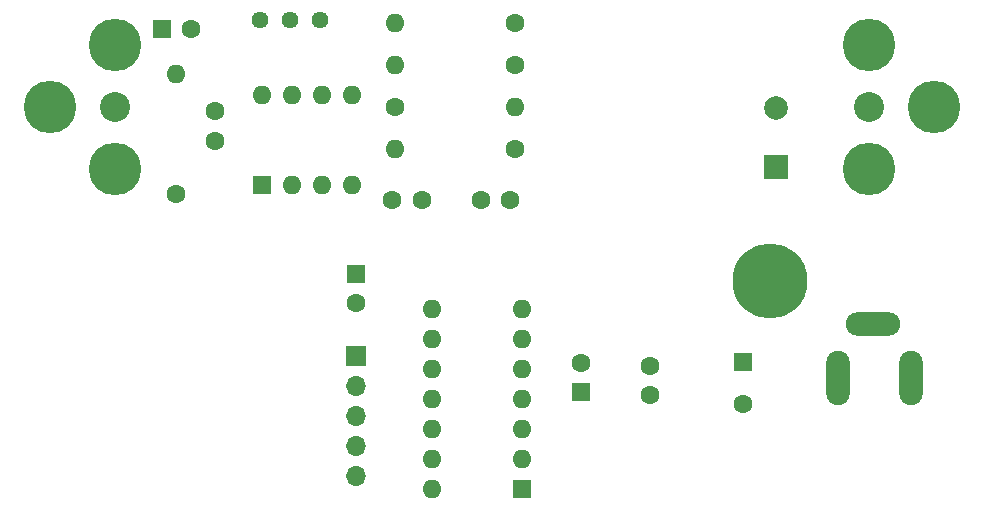
<source format=gbs>
G04 #@! TF.GenerationSoftware,KiCad,Pcbnew,(5.1.10)-1*
G04 #@! TF.CreationDate,2021-10-31T17:43:00-04:00*
G04 #@! TF.ProjectId,AudioAmp380,41756469-6f41-46d7-9033-38302e6b6963,1*
G04 #@! TF.SameCoordinates,Original*
G04 #@! TF.FileFunction,Soldermask,Bot*
G04 #@! TF.FilePolarity,Negative*
%FSLAX46Y46*%
G04 Gerber Fmt 4.6, Leading zero omitted, Abs format (unit mm)*
G04 Created by KiCad (PCBNEW (5.1.10)-1) date 2021-10-31 17:43:00*
%MOMM*%
%LPD*%
G01*
G04 APERTURE LIST*
%ADD10C,1.600000*%
%ADD11O,1.600000X1.600000*%
%ADD12R,1.600000X1.600000*%
%ADD13C,2.540000*%
%ADD14C,4.445000*%
%ADD15C,6.350000*%
%ADD16R,1.700000X1.700000*%
%ADD17O,1.700000X1.700000*%
%ADD18R,2.000000X2.000000*%
%ADD19C,2.000000*%
%ADD20O,2.000000X4.600000*%
%ADD21O,4.600000X2.000000*%
%ADD22C,1.440000*%
G04 APERTURE END LIST*
D10*
X45740000Y-64012400D03*
D11*
X45740000Y-53852400D03*
D12*
X53020000Y-63258400D03*
D11*
X60640000Y-55638400D03*
X55560000Y-63258400D03*
X58100000Y-55638400D03*
X58100000Y-63258400D03*
X55560000Y-55638400D03*
X60640000Y-63258400D03*
X53020000Y-55638400D03*
D13*
X40533000Y-56654400D03*
D14*
X40533000Y-51409300D03*
X40533000Y-61899500D03*
X35021200Y-56654400D03*
D13*
X104405000Y-56613400D03*
D14*
X104405000Y-61858500D03*
X104405000Y-51368300D03*
X109916800Y-56613400D03*
D11*
X64282000Y-49542400D03*
D10*
X74442000Y-49542400D03*
D11*
X74442000Y-56654400D03*
D10*
X64282000Y-56654400D03*
D12*
X93746000Y-78244400D03*
D10*
X93746000Y-81744400D03*
D15*
X96020000Y-71386400D03*
D16*
X60980000Y-77736400D03*
D17*
X60980000Y-80276400D03*
X60980000Y-82816400D03*
X60980000Y-85356400D03*
X60980000Y-87896400D03*
D10*
X71520000Y-64512400D03*
X74020000Y-64512400D03*
D12*
X75020000Y-89012400D03*
D11*
X67400000Y-73772400D03*
X75020000Y-86472400D03*
X67400000Y-76312400D03*
X75020000Y-83932400D03*
X67400000Y-78852400D03*
X75020000Y-81392400D03*
X67400000Y-81392400D03*
X75020000Y-78852400D03*
X67400000Y-83932400D03*
X75020000Y-76312400D03*
X67400000Y-86472400D03*
X75020000Y-73772400D03*
X67400000Y-89012400D03*
D10*
X66520000Y-64512400D03*
X64020000Y-64512400D03*
X49020000Y-59512400D03*
X49020000Y-57012400D03*
X74442000Y-53098400D03*
D11*
X64282000Y-53098400D03*
D10*
X74442000Y-60210400D03*
D11*
X64282000Y-60210400D03*
D12*
X80030000Y-80784400D03*
D10*
X80030000Y-78284400D03*
D18*
X96540000Y-61734400D03*
D19*
X96540000Y-56734400D03*
D10*
X85872000Y-81038400D03*
X85872000Y-78538400D03*
D20*
X107905000Y-79613400D03*
X101805000Y-79613400D03*
D21*
X104705000Y-75013400D03*
D22*
X57932000Y-49288400D03*
X55392000Y-49288400D03*
X52852000Y-49288400D03*
D10*
X60980000Y-73251400D03*
D12*
X60980000Y-70751400D03*
X44520000Y-50012400D03*
D10*
X47020000Y-50012400D03*
M02*

</source>
